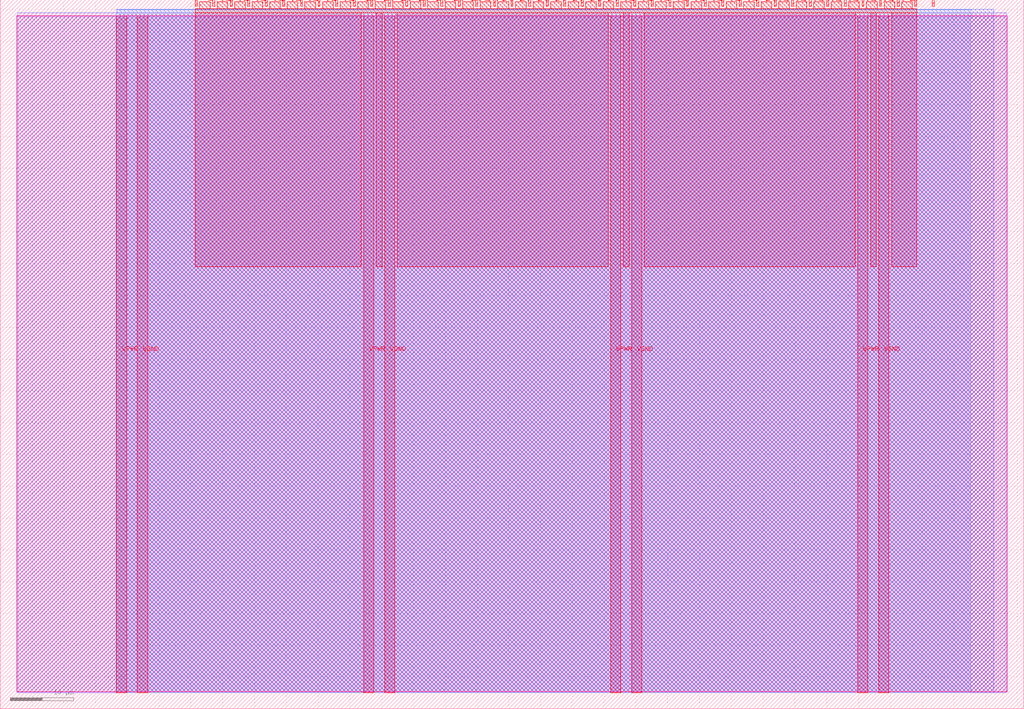
<source format=lef>
VERSION 5.7 ;
  NOWIREEXTENSIONATPIN ON ;
  DIVIDERCHAR "/" ;
  BUSBITCHARS "[]" ;
MACRO tt_um__kwr_lfsr__top
  CLASS BLOCK ;
  FOREIGN tt_um__kwr_lfsr__top ;
  ORIGIN 0.000 0.000 ;
  SIZE 161.000 BY 111.520 ;
  PIN VGND
    DIRECTION INOUT ;
    USE GROUND ;
    PORT
      LAYER met4 ;
        RECT 21.580 2.480 23.180 109.040 ;
    END
    PORT
      LAYER met4 ;
        RECT 60.450 2.480 62.050 109.040 ;
    END
    PORT
      LAYER met4 ;
        RECT 99.320 2.480 100.920 109.040 ;
    END
    PORT
      LAYER met4 ;
        RECT 138.190 2.480 139.790 109.040 ;
    END
  END VGND
  PIN VPWR
    DIRECTION INOUT ;
    USE POWER ;
    PORT
      LAYER met4 ;
        RECT 18.280 2.480 19.880 109.040 ;
    END
    PORT
      LAYER met4 ;
        RECT 57.150 2.480 58.750 109.040 ;
    END
    PORT
      LAYER met4 ;
        RECT 96.020 2.480 97.620 109.040 ;
    END
    PORT
      LAYER met4 ;
        RECT 134.890 2.480 136.490 109.040 ;
    END
  END VPWR
  PIN clk
    DIRECTION INPUT ;
    USE SIGNAL ;
    ANTENNAGATEAREA 0.852000 ;
    PORT
      LAYER met4 ;
        RECT 143.830 110.520 144.130 111.520 ;
    END
  END clk
  PIN ena
    DIRECTION INPUT ;
    USE SIGNAL ;
    PORT
      LAYER met4 ;
        RECT 146.590 110.520 146.890 111.520 ;
    END
  END ena
  PIN rst_n
    DIRECTION INPUT ;
    USE SIGNAL ;
    ANTENNAGATEAREA 0.213000 ;
    PORT
      LAYER met4 ;
        RECT 141.070 110.520 141.370 111.520 ;
    END
  END rst_n
  PIN ui_in[0]
    DIRECTION INPUT ;
    USE SIGNAL ;
    ANTENNAGATEAREA 0.196500 ;
    PORT
      LAYER met4 ;
        RECT 138.310 110.520 138.610 111.520 ;
    END
  END ui_in[0]
  PIN ui_in[1]
    DIRECTION INPUT ;
    USE SIGNAL ;
    ANTENNAGATEAREA 0.196500 ;
    PORT
      LAYER met4 ;
        RECT 135.550 110.520 135.850 111.520 ;
    END
  END ui_in[1]
  PIN ui_in[2]
    DIRECTION INPUT ;
    USE SIGNAL ;
    ANTENNAGATEAREA 0.196500 ;
    PORT
      LAYER met4 ;
        RECT 132.790 110.520 133.090 111.520 ;
    END
  END ui_in[2]
  PIN ui_in[3]
    DIRECTION INPUT ;
    USE SIGNAL ;
    ANTENNAGATEAREA 0.196500 ;
    PORT
      LAYER met4 ;
        RECT 130.030 110.520 130.330 111.520 ;
    END
  END ui_in[3]
  PIN ui_in[4]
    DIRECTION INPUT ;
    USE SIGNAL ;
    ANTENNAGATEAREA 0.196500 ;
    PORT
      LAYER met4 ;
        RECT 127.270 110.520 127.570 111.520 ;
    END
  END ui_in[4]
  PIN ui_in[5]
    DIRECTION INPUT ;
    USE SIGNAL ;
    ANTENNAGATEAREA 0.196500 ;
    PORT
      LAYER met4 ;
        RECT 124.510 110.520 124.810 111.520 ;
    END
  END ui_in[5]
  PIN ui_in[6]
    DIRECTION INPUT ;
    USE SIGNAL ;
    ANTENNAGATEAREA 0.196500 ;
    PORT
      LAYER met4 ;
        RECT 121.750 110.520 122.050 111.520 ;
    END
  END ui_in[6]
  PIN ui_in[7]
    DIRECTION INPUT ;
    USE SIGNAL ;
    ANTENNAGATEAREA 0.196500 ;
    PORT
      LAYER met4 ;
        RECT 118.990 110.520 119.290 111.520 ;
    END
  END ui_in[7]
  PIN uio_in[0]
    DIRECTION INPUT ;
    USE SIGNAL ;
    PORT
      LAYER met4 ;
        RECT 116.230 110.520 116.530 111.520 ;
    END
  END uio_in[0]
  PIN uio_in[1]
    DIRECTION INPUT ;
    USE SIGNAL ;
    PORT
      LAYER met4 ;
        RECT 113.470 110.520 113.770 111.520 ;
    END
  END uio_in[1]
  PIN uio_in[2]
    DIRECTION INPUT ;
    USE SIGNAL ;
    PORT
      LAYER met4 ;
        RECT 110.710 110.520 111.010 111.520 ;
    END
  END uio_in[2]
  PIN uio_in[3]
    DIRECTION INPUT ;
    USE SIGNAL ;
    PORT
      LAYER met4 ;
        RECT 107.950 110.520 108.250 111.520 ;
    END
  END uio_in[3]
  PIN uio_in[4]
    DIRECTION INPUT ;
    USE SIGNAL ;
    PORT
      LAYER met4 ;
        RECT 105.190 110.520 105.490 111.520 ;
    END
  END uio_in[4]
  PIN uio_in[5]
    DIRECTION INPUT ;
    USE SIGNAL ;
    PORT
      LAYER met4 ;
        RECT 102.430 110.520 102.730 111.520 ;
    END
  END uio_in[5]
  PIN uio_in[6]
    DIRECTION INPUT ;
    USE SIGNAL ;
    PORT
      LAYER met4 ;
        RECT 99.670 110.520 99.970 111.520 ;
    END
  END uio_in[6]
  PIN uio_in[7]
    DIRECTION INPUT ;
    USE SIGNAL ;
    PORT
      LAYER met4 ;
        RECT 96.910 110.520 97.210 111.520 ;
    END
  END uio_in[7]
  PIN uio_oe[0]
    DIRECTION OUTPUT ;
    USE SIGNAL ;
    PORT
      LAYER met4 ;
        RECT 49.990 110.520 50.290 111.520 ;
    END
  END uio_oe[0]
  PIN uio_oe[1]
    DIRECTION OUTPUT ;
    USE SIGNAL ;
    PORT
      LAYER met4 ;
        RECT 47.230 110.520 47.530 111.520 ;
    END
  END uio_oe[1]
  PIN uio_oe[2]
    DIRECTION OUTPUT ;
    USE SIGNAL ;
    PORT
      LAYER met4 ;
        RECT 44.470 110.520 44.770 111.520 ;
    END
  END uio_oe[2]
  PIN uio_oe[3]
    DIRECTION OUTPUT ;
    USE SIGNAL ;
    PORT
      LAYER met4 ;
        RECT 41.710 110.520 42.010 111.520 ;
    END
  END uio_oe[3]
  PIN uio_oe[4]
    DIRECTION OUTPUT ;
    USE SIGNAL ;
    PORT
      LAYER met4 ;
        RECT 38.950 110.520 39.250 111.520 ;
    END
  END uio_oe[4]
  PIN uio_oe[5]
    DIRECTION OUTPUT ;
    USE SIGNAL ;
    PORT
      LAYER met4 ;
        RECT 36.190 110.520 36.490 111.520 ;
    END
  END uio_oe[5]
  PIN uio_oe[6]
    DIRECTION OUTPUT ;
    USE SIGNAL ;
    PORT
      LAYER met4 ;
        RECT 33.430 110.520 33.730 111.520 ;
    END
  END uio_oe[6]
  PIN uio_oe[7]
    DIRECTION OUTPUT ;
    USE SIGNAL ;
    PORT
      LAYER met4 ;
        RECT 30.670 110.520 30.970 111.520 ;
    END
  END uio_oe[7]
  PIN uio_out[0]
    DIRECTION OUTPUT ;
    USE SIGNAL ;
    ANTENNADIFFAREA 0.891000 ;
    PORT
      LAYER met4 ;
        RECT 72.070 110.520 72.370 111.520 ;
    END
  END uio_out[0]
  PIN uio_out[1]
    DIRECTION OUTPUT ;
    USE SIGNAL ;
    ANTENNADIFFAREA 0.891000 ;
    PORT
      LAYER met4 ;
        RECT 69.310 110.520 69.610 111.520 ;
    END
  END uio_out[1]
  PIN uio_out[2]
    DIRECTION OUTPUT ;
    USE SIGNAL ;
    ANTENNADIFFAREA 0.891000 ;
    PORT
      LAYER met4 ;
        RECT 66.550 110.520 66.850 111.520 ;
    END
  END uio_out[2]
  PIN uio_out[3]
    DIRECTION OUTPUT ;
    USE SIGNAL ;
    ANTENNADIFFAREA 0.891000 ;
    PORT
      LAYER met4 ;
        RECT 63.790 110.520 64.090 111.520 ;
    END
  END uio_out[3]
  PIN uio_out[4]
    DIRECTION OUTPUT ;
    USE SIGNAL ;
    ANTENNADIFFAREA 0.891000 ;
    PORT
      LAYER met4 ;
        RECT 61.030 110.520 61.330 111.520 ;
    END
  END uio_out[4]
  PIN uio_out[5]
    DIRECTION OUTPUT ;
    USE SIGNAL ;
    ANTENNADIFFAREA 0.891000 ;
    PORT
      LAYER met4 ;
        RECT 58.270 110.520 58.570 111.520 ;
    END
  END uio_out[5]
  PIN uio_out[6]
    DIRECTION OUTPUT ;
    USE SIGNAL ;
    ANTENNADIFFAREA 0.891000 ;
    PORT
      LAYER met4 ;
        RECT 55.510 110.520 55.810 111.520 ;
    END
  END uio_out[6]
  PIN uio_out[7]
    DIRECTION OUTPUT ;
    USE SIGNAL ;
    ANTENNADIFFAREA 0.891000 ;
    PORT
      LAYER met4 ;
        RECT 52.750 110.520 53.050 111.520 ;
    END
  END uio_out[7]
  PIN uo_out[0]
    DIRECTION OUTPUT ;
    USE SIGNAL ;
    ANTENNADIFFAREA 0.891000 ;
    PORT
      LAYER met4 ;
        RECT 94.150 110.520 94.450 111.520 ;
    END
  END uo_out[0]
  PIN uo_out[1]
    DIRECTION OUTPUT ;
    USE SIGNAL ;
    ANTENNADIFFAREA 0.891000 ;
    PORT
      LAYER met4 ;
        RECT 91.390 110.520 91.690 111.520 ;
    END
  END uo_out[1]
  PIN uo_out[2]
    DIRECTION OUTPUT ;
    USE SIGNAL ;
    ANTENNADIFFAREA 0.891000 ;
    PORT
      LAYER met4 ;
        RECT 88.630 110.520 88.930 111.520 ;
    END
  END uo_out[2]
  PIN uo_out[3]
    DIRECTION OUTPUT ;
    USE SIGNAL ;
    ANTENNADIFFAREA 0.891000 ;
    PORT
      LAYER met4 ;
        RECT 85.870 110.520 86.170 111.520 ;
    END
  END uo_out[3]
  PIN uo_out[4]
    DIRECTION OUTPUT ;
    USE SIGNAL ;
    ANTENNADIFFAREA 0.891000 ;
    PORT
      LAYER met4 ;
        RECT 83.110 110.520 83.410 111.520 ;
    END
  END uo_out[4]
  PIN uo_out[5]
    DIRECTION OUTPUT ;
    USE SIGNAL ;
    ANTENNADIFFAREA 0.891000 ;
    PORT
      LAYER met4 ;
        RECT 80.350 110.520 80.650 111.520 ;
    END
  END uo_out[5]
  PIN uo_out[6]
    DIRECTION OUTPUT ;
    USE SIGNAL ;
    ANTENNADIFFAREA 0.891000 ;
    PORT
      LAYER met4 ;
        RECT 77.590 110.520 77.890 111.520 ;
    END
  END uo_out[6]
  PIN uo_out[7]
    DIRECTION OUTPUT ;
    USE SIGNAL ;
    ANTENNADIFFAREA 0.891000 ;
    PORT
      LAYER met4 ;
        RECT 74.830 110.520 75.130 111.520 ;
    END
  END uo_out[7]
  OBS
      LAYER nwell ;
        RECT 2.570 2.635 158.430 108.990 ;
      LAYER li1 ;
        RECT 2.760 2.635 158.240 108.885 ;
      LAYER met1 ;
        RECT 2.760 2.480 158.240 109.440 ;
      LAYER met2 ;
        RECT 18.310 2.535 156.300 110.005 ;
      LAYER met3 ;
        RECT 18.290 2.555 152.655 109.985 ;
      LAYER met4 ;
        RECT 31.370 110.120 33.030 111.170 ;
        RECT 34.130 110.120 35.790 111.170 ;
        RECT 36.890 110.120 38.550 111.170 ;
        RECT 39.650 110.120 41.310 111.170 ;
        RECT 42.410 110.120 44.070 111.170 ;
        RECT 45.170 110.120 46.830 111.170 ;
        RECT 47.930 110.120 49.590 111.170 ;
        RECT 50.690 110.120 52.350 111.170 ;
        RECT 53.450 110.120 55.110 111.170 ;
        RECT 56.210 110.120 57.870 111.170 ;
        RECT 58.970 110.120 60.630 111.170 ;
        RECT 61.730 110.120 63.390 111.170 ;
        RECT 64.490 110.120 66.150 111.170 ;
        RECT 67.250 110.120 68.910 111.170 ;
        RECT 70.010 110.120 71.670 111.170 ;
        RECT 72.770 110.120 74.430 111.170 ;
        RECT 75.530 110.120 77.190 111.170 ;
        RECT 78.290 110.120 79.950 111.170 ;
        RECT 81.050 110.120 82.710 111.170 ;
        RECT 83.810 110.120 85.470 111.170 ;
        RECT 86.570 110.120 88.230 111.170 ;
        RECT 89.330 110.120 90.990 111.170 ;
        RECT 92.090 110.120 93.750 111.170 ;
        RECT 94.850 110.120 96.510 111.170 ;
        RECT 97.610 110.120 99.270 111.170 ;
        RECT 100.370 110.120 102.030 111.170 ;
        RECT 103.130 110.120 104.790 111.170 ;
        RECT 105.890 110.120 107.550 111.170 ;
        RECT 108.650 110.120 110.310 111.170 ;
        RECT 111.410 110.120 113.070 111.170 ;
        RECT 114.170 110.120 115.830 111.170 ;
        RECT 116.930 110.120 118.590 111.170 ;
        RECT 119.690 110.120 121.350 111.170 ;
        RECT 122.450 110.120 124.110 111.170 ;
        RECT 125.210 110.120 126.870 111.170 ;
        RECT 127.970 110.120 129.630 111.170 ;
        RECT 130.730 110.120 132.390 111.170 ;
        RECT 133.490 110.120 135.150 111.170 ;
        RECT 136.250 110.120 137.910 111.170 ;
        RECT 139.010 110.120 140.670 111.170 ;
        RECT 141.770 110.120 143.430 111.170 ;
        RECT 30.655 109.440 144.145 110.120 ;
        RECT 30.655 69.535 56.750 109.440 ;
        RECT 59.150 69.535 60.050 109.440 ;
        RECT 62.450 69.535 95.620 109.440 ;
        RECT 98.020 69.535 98.920 109.440 ;
        RECT 101.320 69.535 134.490 109.440 ;
        RECT 136.890 69.535 137.790 109.440 ;
        RECT 140.190 69.535 144.145 109.440 ;
  END
END tt_um__kwr_lfsr__top
END LIBRARY


</source>
